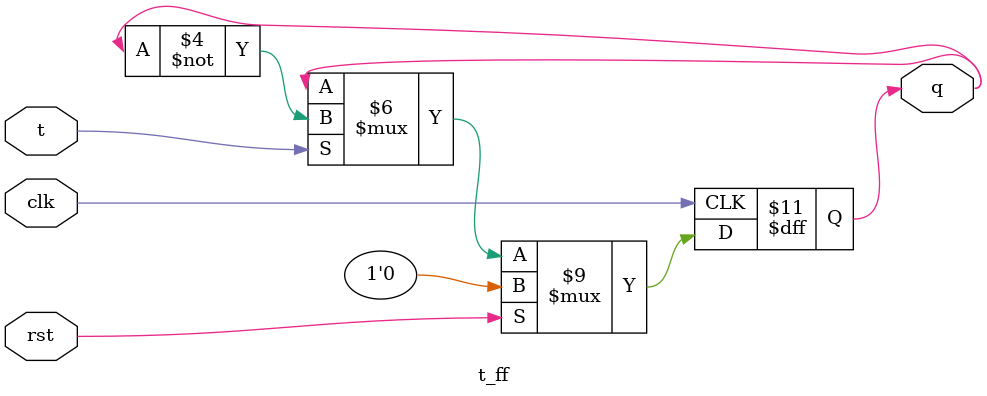
<source format=v>
`timescale 1ns / 1ps


module t_ff(q,t,rst,clk);

  input t,clk,rst;
  output reg q;


always @ (posedge clk)
begin
if(rst==1'b1)

q <= 1'b0;

else
begin

if(t==1'b1)
q <= ~q;
else
q <= q;


end
end
endmodule


</source>
